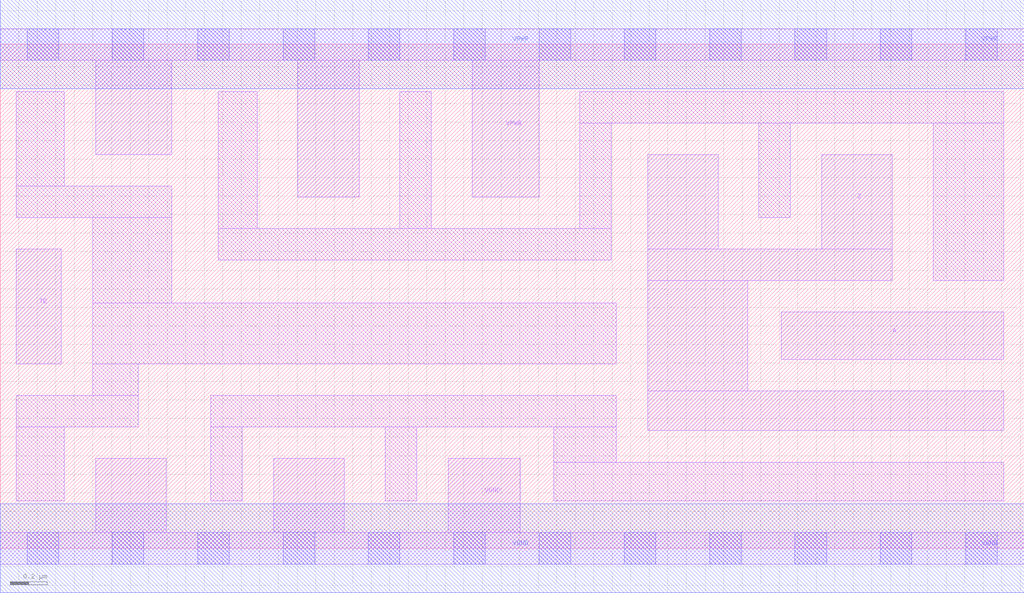
<source format=lef>
# Copyright 2020 The SkyWater PDK Authors
#
# Licensed under the Apache License, Version 2.0 (the "License");
# you may not use this file except in compliance with the License.
# You may obtain a copy of the License at
#
#     https://www.apache.org/licenses/LICENSE-2.0
#
# Unless required by applicable law or agreed to in writing, software
# distributed under the License is distributed on an "AS IS" BASIS,
# WITHOUT WARRANTIES OR CONDITIONS OF ANY KIND, either express or implied.
# See the License for the specific language governing permissions and
# limitations under the License.
#
# SPDX-License-Identifier: Apache-2.0

VERSION 5.7 ;
  NAMESCASESENSITIVE ON ;
  NOWIREEXTENSIONATPIN ON ;
  DIVIDERCHAR "/" ;
  BUSBITCHARS "[]" ;
UNITS
  DATABASE MICRONS 200 ;
END UNITS
PROPERTYDEFINITIONS
  MACRO maskLayoutSubType STRING ;
  MACRO prCellType STRING ;
  MACRO originalViewName STRING ;
END PROPERTYDEFINITIONS
MACRO sky130_fd_sc_hdll__einvp_4
  CLASS CORE ;
  FOREIGN sky130_fd_sc_hdll__einvp_4 ;
  ORIGIN  0.000000  0.000000 ;
  SIZE  5.520000 BY  2.720000 ;
  SYMMETRY X Y R90 ;
  SITE unithd ;
  PIN A
    ANTENNAGATEAREA  1.110000 ;
    DIRECTION INPUT ;
    USE SIGNAL ;
    PORT
      LAYER li1 ;
        RECT 4.210000 1.020000 5.410000 1.275000 ;
    END
  END A
  PIN TE
    ANTENNAGATEAREA  0.667500 ;
    DIRECTION INPUT ;
    USE SIGNAL ;
    PORT
      LAYER li1 ;
        RECT 0.085000 0.995000 0.330000 1.615000 ;
    END
  END TE
  PIN VGND
    ANTENNADIFFAREA  0.598000 ;
    DIRECTION INOUT ;
    USE SIGNAL ;
    PORT
      LAYER li1 ;
        RECT 0.000000 -0.085000 5.520000 0.085000 ;
        RECT 0.515000  0.085000 0.895000 0.485000 ;
        RECT 1.475000  0.085000 1.855000 0.485000 ;
        RECT 2.415000  0.085000 2.805000 0.485000 ;
      LAYER mcon ;
        RECT 0.145000 -0.085000 0.315000 0.085000 ;
        RECT 0.605000 -0.085000 0.775000 0.085000 ;
        RECT 1.065000 -0.085000 1.235000 0.085000 ;
        RECT 1.525000 -0.085000 1.695000 0.085000 ;
        RECT 1.985000 -0.085000 2.155000 0.085000 ;
        RECT 2.445000 -0.085000 2.615000 0.085000 ;
        RECT 2.905000 -0.085000 3.075000 0.085000 ;
        RECT 3.365000 -0.085000 3.535000 0.085000 ;
        RECT 3.825000 -0.085000 3.995000 0.085000 ;
        RECT 4.285000 -0.085000 4.455000 0.085000 ;
        RECT 4.745000 -0.085000 4.915000 0.085000 ;
        RECT 5.205000 -0.085000 5.375000 0.085000 ;
      LAYER met1 ;
        RECT 0.000000 -0.240000 5.520000 0.240000 ;
    END
  END VGND
  PIN VPWR
    ANTENNADIFFAREA  0.815200 ;
    DIRECTION INOUT ;
    USE SIGNAL ;
    PORT
      LAYER li1 ;
        RECT 0.000000 2.635000 5.520000 2.805000 ;
        RECT 0.515000 2.125000 0.925000 2.635000 ;
        RECT 1.605000 1.895000 1.935000 2.635000 ;
        RECT 2.545000 1.895000 2.905000 2.635000 ;
      LAYER mcon ;
        RECT 0.145000 2.635000 0.315000 2.805000 ;
        RECT 0.605000 2.635000 0.775000 2.805000 ;
        RECT 1.065000 2.635000 1.235000 2.805000 ;
        RECT 1.525000 2.635000 1.695000 2.805000 ;
        RECT 1.985000 2.635000 2.155000 2.805000 ;
        RECT 2.445000 2.635000 2.615000 2.805000 ;
        RECT 2.905000 2.635000 3.075000 2.805000 ;
        RECT 3.365000 2.635000 3.535000 2.805000 ;
        RECT 3.825000 2.635000 3.995000 2.805000 ;
        RECT 4.285000 2.635000 4.455000 2.805000 ;
        RECT 4.745000 2.635000 4.915000 2.805000 ;
        RECT 5.205000 2.635000 5.375000 2.805000 ;
      LAYER met1 ;
        RECT 0.000000 2.480000 5.520000 2.960000 ;
    END
  END VPWR
  PIN Z
    ANTENNADIFFAREA  0.996000 ;
    DIRECTION OUTPUT ;
    USE SIGNAL ;
    PORT
      LAYER li1 ;
        RECT 3.490000 0.635000 5.410000 0.850000 ;
        RECT 3.490000 0.850000 4.030000 1.445000 ;
        RECT 3.490000 1.445000 4.810000 1.615000 ;
        RECT 3.490000 1.615000 3.870000 2.125000 ;
        RECT 4.430000 1.615000 4.810000 2.125000 ;
    END
  END Z
  OBS
    LAYER li1 ;
      RECT 0.085000 0.255000 0.345000 0.655000 ;
      RECT 0.085000 0.655000 0.745000 0.825000 ;
      RECT 0.085000 1.785000 0.925000 1.955000 ;
      RECT 0.085000 1.955000 0.345000 2.465000 ;
      RECT 0.500000 0.825000 0.745000 0.995000 ;
      RECT 0.500000 0.995000 3.320000 1.325000 ;
      RECT 0.500000 1.325000 0.925000 1.785000 ;
      RECT 1.135000 0.255000 1.305000 0.655000 ;
      RECT 1.135000 0.655000 3.320000 0.825000 ;
      RECT 1.175000 1.555000 3.295000 1.725000 ;
      RECT 1.175000 1.725000 1.385000 2.465000 ;
      RECT 2.075000 0.255000 2.245000 0.655000 ;
      RECT 2.155000 1.725000 2.325000 2.465000 ;
      RECT 2.985000 0.255000 5.410000 0.465000 ;
      RECT 2.985000 0.465000 3.320000 0.655000 ;
      RECT 3.125000 1.725000 3.295000 2.295000 ;
      RECT 3.125000 2.295000 5.410000 2.465000 ;
      RECT 4.090000 1.785000 4.260000 2.295000 ;
      RECT 5.030000 1.445000 5.410000 2.295000 ;
  END
  PROPERTY maskLayoutSubType "abstract" ;
  PROPERTY prCellType "standard" ;
  PROPERTY originalViewName "layout" ;
END sky130_fd_sc_hdll__einvp_4

</source>
